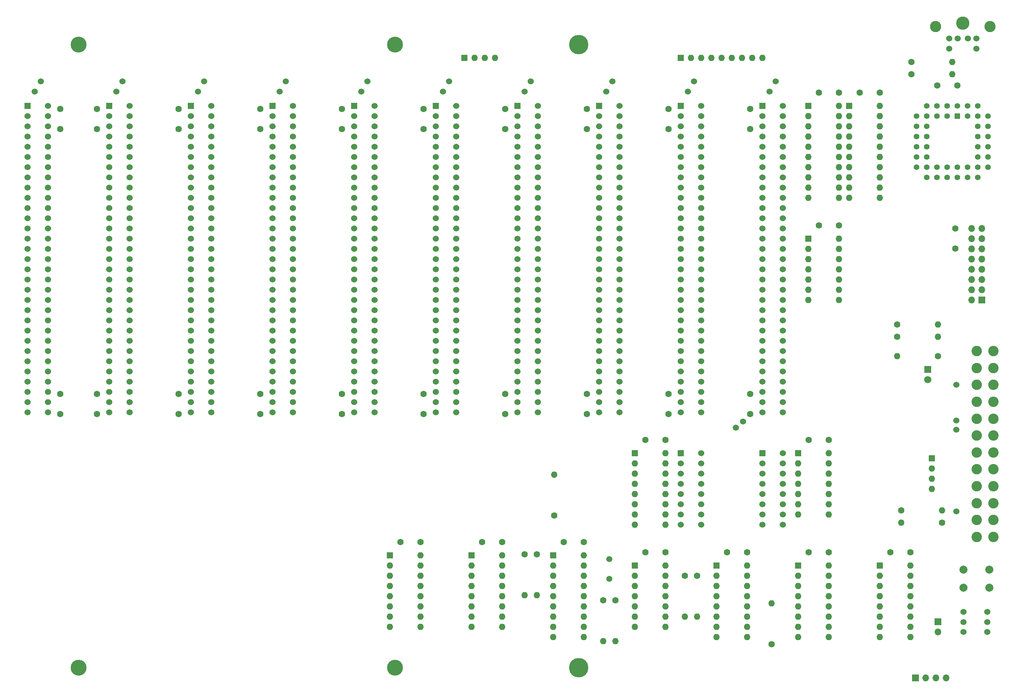
<source format=gbr>
G04 #@! TF.GenerationSoftware,KiCad,Pcbnew,(5.1.8)-1*
G04 #@! TF.CreationDate,2022-05-24T13:28:28-06:00*
G04 #@! TF.ProjectId,Multi,4d756c74-692e-46b6-9963-61645f706362,rev?*
G04 #@! TF.SameCoordinates,Original*
G04 #@! TF.FileFunction,Soldermask,Top*
G04 #@! TF.FilePolarity,Negative*
%FSLAX46Y46*%
G04 Gerber Fmt 4.6, Leading zero omitted, Abs format (unit mm)*
G04 Created by KiCad (PCBNEW (5.1.8)-1) date 2022-05-24 13:28:28*
%MOMM*%
%LPD*%
G01*
G04 APERTURE LIST*
%ADD10C,1.524000*%
%ADD11R,1.524000X1.524000*%
%ADD12C,1.600000*%
%ADD13O,1.600000X1.600000*%
%ADD14R,1.600000X1.600000*%
%ADD15C,3.962400*%
%ADD16C,4.826000*%
%ADD17O,1.700000X1.700000*%
%ADD18R,1.700000X1.700000*%
%ADD19C,2.000000*%
%ADD20C,1.800000*%
%ADD21R,1.800000X1.800000*%
%ADD22C,2.590800*%
%ADD23C,2.794000*%
%ADD24C,3.302000*%
%ADD25C,1.500000*%
%ADD26R,1.422400X1.422400*%
%ADD27C,1.422400*%
G04 APERTURE END LIST*
D10*
G04 #@! TO.C,R*
X-97282000Y-37846000D03*
G04 #@! TD*
G04 #@! TO.C,R*
X-98806000Y-40386000D03*
G04 #@! TD*
G04 #@! TO.C,R*
X-76962000Y-37846000D03*
G04 #@! TD*
G04 #@! TO.C,R*
X-78486000Y-40386000D03*
G04 #@! TD*
G04 #@! TO.C,R*
X-56642000Y-37846000D03*
G04 #@! TD*
G04 #@! TO.C,R*
X-58166000Y-40386000D03*
G04 #@! TD*
G04 #@! TO.C,J15*
X26416000Y-120142000D03*
X26416000Y-117602000D03*
X26416000Y-115062000D03*
X26416000Y-112522000D03*
X26416000Y-109982000D03*
X26416000Y-107442000D03*
X26416000Y-104902000D03*
X26416000Y-102362000D03*
X26416000Y-99822000D03*
X26416000Y-97282000D03*
X26416000Y-94742000D03*
X26416000Y-92202000D03*
X26416000Y-89662000D03*
X26416000Y-87122000D03*
X26416000Y-84582000D03*
X26416000Y-82042000D03*
X26416000Y-79502000D03*
X26416000Y-76962000D03*
X26416000Y-74422000D03*
X26416000Y-71882000D03*
X26416000Y-69342000D03*
X26416000Y-66802000D03*
X26416000Y-64262000D03*
X26416000Y-61722000D03*
X26416000Y-59182000D03*
X26416000Y-56642000D03*
X26416000Y-54102000D03*
X26416000Y-51562000D03*
X26416000Y-49022000D03*
X26416000Y-46482000D03*
X26416000Y-43942000D03*
X21336000Y-120142000D03*
X21336000Y-117602000D03*
X21336000Y-115062000D03*
X21336000Y-112522000D03*
X21336000Y-109982000D03*
X21336000Y-107442000D03*
X21336000Y-104902000D03*
X21336000Y-102362000D03*
X21336000Y-99822000D03*
X21336000Y-97282000D03*
X21336000Y-94742000D03*
X21336000Y-92202000D03*
X21336000Y-89662000D03*
X21336000Y-87122000D03*
X21336000Y-84582000D03*
X21336000Y-82042000D03*
X21336000Y-79502000D03*
X21336000Y-76962000D03*
X21336000Y-74422000D03*
X21336000Y-71882000D03*
X21336000Y-69342000D03*
X21336000Y-66802000D03*
X21336000Y-64262000D03*
X21336000Y-61722000D03*
X21336000Y-59182000D03*
X21336000Y-56642000D03*
X21336000Y-54102000D03*
X21336000Y-51562000D03*
X21336000Y-49022000D03*
X21336000Y-46482000D03*
D11*
X21336000Y-43942000D03*
G04 #@! TD*
D10*
G04 #@! TO.C,J5*
X6096000Y-120142000D03*
X6096000Y-117602000D03*
X6096000Y-115062000D03*
X6096000Y-112522000D03*
X6096000Y-109982000D03*
X6096000Y-107442000D03*
X6096000Y-104902000D03*
X6096000Y-102362000D03*
X6096000Y-99822000D03*
X6096000Y-97282000D03*
X6096000Y-94742000D03*
X6096000Y-92202000D03*
X6096000Y-89662000D03*
X6096000Y-87122000D03*
X6096000Y-84582000D03*
X6096000Y-82042000D03*
X6096000Y-79502000D03*
X6096000Y-76962000D03*
X6096000Y-74422000D03*
X6096000Y-71882000D03*
X6096000Y-69342000D03*
X6096000Y-66802000D03*
X6096000Y-64262000D03*
X6096000Y-61722000D03*
X6096000Y-59182000D03*
X6096000Y-56642000D03*
X6096000Y-54102000D03*
X6096000Y-51562000D03*
X6096000Y-49022000D03*
X6096000Y-46482000D03*
X6096000Y-43942000D03*
X1016000Y-120142000D03*
X1016000Y-117602000D03*
X1016000Y-115062000D03*
X1016000Y-112522000D03*
X1016000Y-109982000D03*
X1016000Y-107442000D03*
X1016000Y-104902000D03*
X1016000Y-102362000D03*
X1016000Y-99822000D03*
X1016000Y-97282000D03*
X1016000Y-94742000D03*
X1016000Y-92202000D03*
X1016000Y-89662000D03*
X1016000Y-87122000D03*
X1016000Y-84582000D03*
X1016000Y-82042000D03*
X1016000Y-79502000D03*
X1016000Y-76962000D03*
X1016000Y-74422000D03*
X1016000Y-71882000D03*
X1016000Y-69342000D03*
X1016000Y-66802000D03*
X1016000Y-64262000D03*
X1016000Y-61722000D03*
X1016000Y-59182000D03*
X1016000Y-56642000D03*
X1016000Y-54102000D03*
X1016000Y-51562000D03*
X1016000Y-49022000D03*
X1016000Y-46482000D03*
D11*
X1016000Y-43942000D03*
G04 #@! TD*
D10*
G04 #@! TO.C,J4*
X-14224000Y-120142000D03*
X-14224000Y-117602000D03*
X-14224000Y-115062000D03*
X-14224000Y-112522000D03*
X-14224000Y-109982000D03*
X-14224000Y-107442000D03*
X-14224000Y-104902000D03*
X-14224000Y-102362000D03*
X-14224000Y-99822000D03*
X-14224000Y-97282000D03*
X-14224000Y-94742000D03*
X-14224000Y-92202000D03*
X-14224000Y-89662000D03*
X-14224000Y-87122000D03*
X-14224000Y-84582000D03*
X-14224000Y-82042000D03*
X-14224000Y-79502000D03*
X-14224000Y-76962000D03*
X-14224000Y-74422000D03*
X-14224000Y-71882000D03*
X-14224000Y-69342000D03*
X-14224000Y-66802000D03*
X-14224000Y-64262000D03*
X-14224000Y-61722000D03*
X-14224000Y-59182000D03*
X-14224000Y-56642000D03*
X-14224000Y-54102000D03*
X-14224000Y-51562000D03*
X-14224000Y-49022000D03*
X-14224000Y-46482000D03*
X-14224000Y-43942000D03*
X-19304000Y-120142000D03*
X-19304000Y-117602000D03*
X-19304000Y-115062000D03*
X-19304000Y-112522000D03*
X-19304000Y-109982000D03*
X-19304000Y-107442000D03*
X-19304000Y-104902000D03*
X-19304000Y-102362000D03*
X-19304000Y-99822000D03*
X-19304000Y-97282000D03*
X-19304000Y-94742000D03*
X-19304000Y-92202000D03*
X-19304000Y-89662000D03*
X-19304000Y-87122000D03*
X-19304000Y-84582000D03*
X-19304000Y-82042000D03*
X-19304000Y-79502000D03*
X-19304000Y-76962000D03*
X-19304000Y-74422000D03*
X-19304000Y-71882000D03*
X-19304000Y-69342000D03*
X-19304000Y-66802000D03*
X-19304000Y-64262000D03*
X-19304000Y-61722000D03*
X-19304000Y-59182000D03*
X-19304000Y-56642000D03*
X-19304000Y-54102000D03*
X-19304000Y-51562000D03*
X-19304000Y-49022000D03*
X-19304000Y-46482000D03*
D11*
X-19304000Y-43942000D03*
G04 #@! TD*
D12*
G04 #@! TO.C,C33*
X-42672000Y-49704000D03*
X-42672000Y-44704000D03*
G04 #@! TD*
G04 #@! TO.C,C32*
X-22352000Y-115570000D03*
X-22352000Y-120570000D03*
G04 #@! TD*
G04 #@! TO.C,C31*
X-42672000Y-115570000D03*
X-42672000Y-120570000D03*
G04 #@! TD*
G04 #@! TO.C,C30*
X-22352000Y-49707800D03*
X-22352000Y-44707800D03*
G04 #@! TD*
G04 #@! TO.C,C21*
X-62992000Y-115570000D03*
X-62992000Y-120570000D03*
G04 #@! TD*
G04 #@! TO.C,C20*
X-62992000Y-49704000D03*
X-62992000Y-44704000D03*
G04 #@! TD*
D13*
G04 #@! TO.C,U2*
X111506000Y-43942000D03*
X103886000Y-66802000D03*
X111506000Y-46482000D03*
X103886000Y-64262000D03*
X111506000Y-49022000D03*
X103886000Y-61722000D03*
X111506000Y-51562000D03*
X103886000Y-59182000D03*
X111506000Y-54102000D03*
X103886000Y-56642000D03*
X111506000Y-56642000D03*
X103886000Y-54102000D03*
X111506000Y-59182000D03*
X103886000Y-51562000D03*
X111506000Y-61722000D03*
X103886000Y-49022000D03*
X111506000Y-64262000D03*
X103886000Y-46482000D03*
X111506000Y-66802000D03*
D14*
X103886000Y-43942000D03*
G04 #@! TD*
D13*
G04 #@! TO.C,U13*
X119126000Y-158242000D03*
X111506000Y-176022000D03*
X119126000Y-160782000D03*
X111506000Y-173482000D03*
X119126000Y-163322000D03*
X111506000Y-170942000D03*
X119126000Y-165862000D03*
X111506000Y-168402000D03*
X119126000Y-168402000D03*
X111506000Y-165862000D03*
X119126000Y-170942000D03*
X111506000Y-163322000D03*
X119126000Y-173482000D03*
X111506000Y-160782000D03*
X119126000Y-176022000D03*
D14*
X111506000Y-158242000D03*
G04 #@! TD*
D12*
G04 #@! TO.C,C19*
X111506000Y-40640000D03*
X106506000Y-40640000D03*
G04 #@! TD*
G04 #@! TO.C,C18*
X119126000Y-154940000D03*
X114126000Y-154940000D03*
G04 #@! TD*
D13*
G04 #@! TO.C,RN3*
X124460000Y-139192000D03*
X124460000Y-136652000D03*
X124460000Y-134112000D03*
D14*
X124460000Y-131572000D03*
G04 #@! TD*
D10*
G04 #@! TO.C,R*
X-36322000Y-37846000D03*
G04 #@! TD*
G04 #@! TO.C,R*
X-37846000Y-40386000D03*
G04 #@! TD*
G04 #@! TO.C,R*
X-16002000Y-37846000D03*
G04 #@! TD*
G04 #@! TO.C,R*
X-17526000Y-40386000D03*
G04 #@! TD*
G04 #@! TO.C,R*
X4318000Y-37846000D03*
G04 #@! TD*
G04 #@! TO.C,R*
X2794000Y-40386000D03*
G04 #@! TD*
D12*
G04 #@! TO.C,C17*
X-2032000Y-49704000D03*
X-2032000Y-44704000D03*
G04 #@! TD*
G04 #@! TO.C,C16*
X-2032000Y-115570000D03*
X-2032000Y-120570000D03*
G04 #@! TD*
G04 #@! TO.C,C15*
X-83312000Y-49704000D03*
X-83312000Y-44704000D03*
G04 #@! TD*
G04 #@! TO.C,C14*
X18288000Y-115570000D03*
X18288000Y-120570000D03*
G04 #@! TD*
G04 #@! TO.C,C13*
X18288000Y-49704000D03*
X18288000Y-44704000D03*
G04 #@! TD*
G04 #@! TO.C,C11*
X-83312000Y-115570000D03*
X-83312000Y-120570000D03*
G04 #@! TD*
G04 #@! TO.C,C27*
X-92456000Y-115570000D03*
X-92456000Y-120570000D03*
G04 #@! TD*
D15*
G04 #@! TO.C,REF\u002A\u002A*
X-87884000Y-183642000D03*
G04 #@! TD*
G04 #@! TO.C,REF\u002A\u002A*
X-87884000Y-28702000D03*
G04 #@! TD*
D10*
G04 #@! TO.C,J14*
X-54864000Y-120142000D03*
X-54864000Y-117602000D03*
X-54864000Y-115062000D03*
X-54864000Y-112522000D03*
X-54864000Y-109982000D03*
X-54864000Y-107442000D03*
X-54864000Y-104902000D03*
X-54864000Y-102362000D03*
X-54864000Y-99822000D03*
X-54864000Y-97282000D03*
X-54864000Y-94742000D03*
X-54864000Y-92202000D03*
X-54864000Y-89662000D03*
X-54864000Y-87122000D03*
X-54864000Y-84582000D03*
X-54864000Y-82042000D03*
X-54864000Y-79502000D03*
X-54864000Y-76962000D03*
X-54864000Y-74422000D03*
X-54864000Y-71882000D03*
X-54864000Y-69342000D03*
X-54864000Y-66802000D03*
X-54864000Y-64262000D03*
X-54864000Y-61722000D03*
X-54864000Y-59182000D03*
X-54864000Y-56642000D03*
X-54864000Y-54102000D03*
X-54864000Y-51562000D03*
X-54864000Y-49022000D03*
X-54864000Y-46482000D03*
X-54864000Y-43942000D03*
X-59944000Y-120142000D03*
X-59944000Y-117602000D03*
X-59944000Y-115062000D03*
X-59944000Y-112522000D03*
X-59944000Y-109982000D03*
X-59944000Y-107442000D03*
X-59944000Y-104902000D03*
X-59944000Y-102362000D03*
X-59944000Y-99822000D03*
X-59944000Y-97282000D03*
X-59944000Y-94742000D03*
X-59944000Y-92202000D03*
X-59944000Y-89662000D03*
X-59944000Y-87122000D03*
X-59944000Y-84582000D03*
X-59944000Y-82042000D03*
X-59944000Y-79502000D03*
X-59944000Y-76962000D03*
X-59944000Y-74422000D03*
X-59944000Y-71882000D03*
X-59944000Y-69342000D03*
X-59944000Y-66802000D03*
X-59944000Y-64262000D03*
X-59944000Y-61722000D03*
X-59944000Y-59182000D03*
X-59944000Y-56642000D03*
X-59944000Y-54102000D03*
X-59944000Y-51562000D03*
X-59944000Y-49022000D03*
X-59944000Y-46482000D03*
D11*
X-59944000Y-43942000D03*
G04 #@! TD*
D10*
G04 #@! TO.C,J13*
X-75184000Y-120142000D03*
X-75184000Y-117602000D03*
X-75184000Y-115062000D03*
X-75184000Y-112522000D03*
X-75184000Y-109982000D03*
X-75184000Y-107442000D03*
X-75184000Y-104902000D03*
X-75184000Y-102362000D03*
X-75184000Y-99822000D03*
X-75184000Y-97282000D03*
X-75184000Y-94742000D03*
X-75184000Y-92202000D03*
X-75184000Y-89662000D03*
X-75184000Y-87122000D03*
X-75184000Y-84582000D03*
X-75184000Y-82042000D03*
X-75184000Y-79502000D03*
X-75184000Y-76962000D03*
X-75184000Y-74422000D03*
X-75184000Y-71882000D03*
X-75184000Y-69342000D03*
X-75184000Y-66802000D03*
X-75184000Y-64262000D03*
X-75184000Y-61722000D03*
X-75184000Y-59182000D03*
X-75184000Y-56642000D03*
X-75184000Y-54102000D03*
X-75184000Y-51562000D03*
X-75184000Y-49022000D03*
X-75184000Y-46482000D03*
X-75184000Y-43942000D03*
X-80264000Y-120142000D03*
X-80264000Y-117602000D03*
X-80264000Y-115062000D03*
X-80264000Y-112522000D03*
X-80264000Y-109982000D03*
X-80264000Y-107442000D03*
X-80264000Y-104902000D03*
X-80264000Y-102362000D03*
X-80264000Y-99822000D03*
X-80264000Y-97282000D03*
X-80264000Y-94742000D03*
X-80264000Y-92202000D03*
X-80264000Y-89662000D03*
X-80264000Y-87122000D03*
X-80264000Y-84582000D03*
X-80264000Y-82042000D03*
X-80264000Y-79502000D03*
X-80264000Y-76962000D03*
X-80264000Y-74422000D03*
X-80264000Y-71882000D03*
X-80264000Y-69342000D03*
X-80264000Y-66802000D03*
X-80264000Y-64262000D03*
X-80264000Y-61722000D03*
X-80264000Y-59182000D03*
X-80264000Y-56642000D03*
X-80264000Y-54102000D03*
X-80264000Y-51562000D03*
X-80264000Y-49022000D03*
X-80264000Y-46482000D03*
D11*
X-80264000Y-43942000D03*
G04 #@! TD*
D10*
G04 #@! TO.C,J12*
X-95504000Y-120142000D03*
X-95504000Y-117602000D03*
X-95504000Y-115062000D03*
X-95504000Y-112522000D03*
X-95504000Y-109982000D03*
X-95504000Y-107442000D03*
X-95504000Y-104902000D03*
X-95504000Y-102362000D03*
X-95504000Y-99822000D03*
X-95504000Y-97282000D03*
X-95504000Y-94742000D03*
X-95504000Y-92202000D03*
X-95504000Y-89662000D03*
X-95504000Y-87122000D03*
X-95504000Y-84582000D03*
X-95504000Y-82042000D03*
X-95504000Y-79502000D03*
X-95504000Y-76962000D03*
X-95504000Y-74422000D03*
X-95504000Y-71882000D03*
X-95504000Y-69342000D03*
X-95504000Y-66802000D03*
X-95504000Y-64262000D03*
X-95504000Y-61722000D03*
X-95504000Y-59182000D03*
X-95504000Y-56642000D03*
X-95504000Y-54102000D03*
X-95504000Y-51562000D03*
X-95504000Y-49022000D03*
X-95504000Y-46482000D03*
X-95504000Y-43942000D03*
X-100584000Y-120142000D03*
X-100584000Y-117602000D03*
X-100584000Y-115062000D03*
X-100584000Y-112522000D03*
X-100584000Y-109982000D03*
X-100584000Y-107442000D03*
X-100584000Y-104902000D03*
X-100584000Y-102362000D03*
X-100584000Y-99822000D03*
X-100584000Y-97282000D03*
X-100584000Y-94742000D03*
X-100584000Y-92202000D03*
X-100584000Y-89662000D03*
X-100584000Y-87122000D03*
X-100584000Y-84582000D03*
X-100584000Y-82042000D03*
X-100584000Y-79502000D03*
X-100584000Y-76962000D03*
X-100584000Y-74422000D03*
X-100584000Y-71882000D03*
X-100584000Y-69342000D03*
X-100584000Y-66802000D03*
X-100584000Y-64262000D03*
X-100584000Y-61722000D03*
X-100584000Y-59182000D03*
X-100584000Y-56642000D03*
X-100584000Y-54102000D03*
X-100584000Y-51562000D03*
X-100584000Y-49022000D03*
X-100584000Y-46482000D03*
D11*
X-100584000Y-43942000D03*
G04 #@! TD*
D10*
G04 #@! TO.C,J11*
X67056000Y-130302000D03*
X67056000Y-132842000D03*
D11*
X61976000Y-130302000D03*
D10*
X61976000Y-132842000D03*
X61976000Y-135382000D03*
X61976000Y-137922000D03*
X61976000Y-140462000D03*
X61976000Y-143002000D03*
X61976000Y-145542000D03*
X61976000Y-148082000D03*
X67056000Y-148082000D03*
X67056000Y-145542000D03*
X67056000Y-143002000D03*
X67056000Y-140462000D03*
X67056000Y-137922000D03*
X67056000Y-135382000D03*
G04 #@! TD*
D16*
G04 #@! TO.C,REF\u002A\u002A*
X36576000Y-183642000D03*
G04 #@! TD*
D13*
G04 #@! TO.C,RN1*
X15748000Y-32004000D03*
X13208000Y-32004000D03*
X10668000Y-32004000D03*
D14*
X8128000Y-32004000D03*
G04 #@! TD*
D13*
G04 #@! TO.C,R13*
X125984000Y-101346000D03*
D12*
X115824000Y-101346000D03*
G04 #@! TD*
D13*
G04 #@! TO.C,R12*
X125984000Y-98298000D03*
D12*
X115824000Y-98298000D03*
G04 #@! TD*
D13*
G04 #@! TO.C,RN2*
X82296000Y-32004000D03*
X79756000Y-32004000D03*
X77216000Y-32004000D03*
X74676000Y-32004000D03*
X72136000Y-32004000D03*
X69596000Y-32004000D03*
X67056000Y-32004000D03*
X64516000Y-32004000D03*
D14*
X61976000Y-32004000D03*
G04 #@! TD*
D10*
G04 #@! TO.C,R*
X130556000Y-113284000D03*
G04 #@! TD*
G04 #@! TO.C,R*
X130556000Y-122174000D03*
G04 #@! TD*
G04 #@! TO.C,R*
X130556000Y-144780000D03*
G04 #@! TD*
G04 #@! TO.C,R*
X130556000Y-124460000D03*
G04 #@! TD*
D13*
G04 #@! TO.C,R9*
X129540000Y-36040000D03*
D12*
X119380000Y-36040000D03*
G04 #@! TD*
D13*
G04 #@! TO.C,R8*
X129540000Y-33020000D03*
D12*
X119380000Y-33020000D03*
G04 #@! TD*
D13*
G04 #@! TO.C,R7*
X116840000Y-147574000D03*
D12*
X127000000Y-147574000D03*
G04 #@! TD*
D13*
G04 #@! TO.C,R6*
X30480000Y-135636000D03*
D12*
X30480000Y-145796000D03*
G04 #@! TD*
D10*
G04 #@! TO.C,R*
X75692000Y-123952000D03*
G04 #@! TD*
G04 #@! TO.C,R*
X77470000Y-122428000D03*
G04 #@! TD*
D12*
G04 #@! TO.C,C10*
X130302000Y-79422000D03*
X130302000Y-74422000D03*
G04 #@! TD*
G04 #@! TO.C,C9*
X130810000Y-38862000D03*
X125810000Y-38862000D03*
G04 #@! TD*
D13*
G04 #@! TO.C,R4*
X42672000Y-177038000D03*
D12*
X42672000Y-166878000D03*
G04 #@! TD*
D13*
G04 #@! TO.C,R2*
X45720000Y-177038000D03*
D12*
X45720000Y-166878000D03*
G04 #@! TD*
D13*
G04 #@! TO.C,R18*
X26162000Y-165608000D03*
D12*
X26162000Y-155448000D03*
G04 #@! TD*
D13*
G04 #@! TO.C,R17*
X62992000Y-170942000D03*
D12*
X62992000Y-160782000D03*
G04 #@! TD*
D13*
G04 #@! TO.C,R14*
X23114000Y-165608000D03*
D12*
X23114000Y-155448000D03*
G04 #@! TD*
D13*
G04 #@! TO.C,R5*
X127000000Y-144526000D03*
D12*
X116840000Y-144526000D03*
G04 #@! TD*
D13*
G04 #@! TO.C,R3*
X66040000Y-170942000D03*
D12*
X66040000Y-160782000D03*
G04 #@! TD*
D13*
G04 #@! TO.C,R112*
X84582000Y-167640000D03*
D12*
X84582000Y-177800000D03*
G04 #@! TD*
D17*
G04 #@! TO.C,J6*
X125984000Y-174752000D03*
D18*
X125984000Y-172212000D03*
G04 #@! TD*
D17*
G04 #@! TO.C,J3*
X128016000Y-186182000D03*
X125476000Y-186182000D03*
X122936000Y-186182000D03*
D18*
X120396000Y-186182000D03*
G04 #@! TD*
D12*
G04 #@! TO.C,C1*
X101346000Y-73660000D03*
X96346000Y-73660000D03*
G04 #@! TD*
D13*
G04 #@! TO.C,U11*
X78486000Y-158242000D03*
X70866000Y-176022000D03*
X78486000Y-160782000D03*
X70866000Y-173482000D03*
X78486000Y-163322000D03*
X70866000Y-170942000D03*
X78486000Y-165862000D03*
X70866000Y-168402000D03*
X78486000Y-168402000D03*
X70866000Y-165862000D03*
X78486000Y-170942000D03*
X70866000Y-163322000D03*
X78486000Y-173482000D03*
X70866000Y-160782000D03*
X78486000Y-176022000D03*
D14*
X70866000Y-158242000D03*
G04 #@! TD*
D10*
G04 #@! TO.C,J10*
X87376000Y-130302000D03*
X87376000Y-132842000D03*
D11*
X82296000Y-130302000D03*
D10*
X82296000Y-132842000D03*
X82296000Y-135382000D03*
X82296000Y-137922000D03*
X82296000Y-140462000D03*
X82296000Y-143002000D03*
X82296000Y-145542000D03*
X82296000Y-148082000D03*
X87376000Y-148082000D03*
X87376000Y-145542000D03*
X87376000Y-143002000D03*
X87376000Y-140462000D03*
X87376000Y-137922000D03*
X87376000Y-135382000D03*
G04 #@! TD*
D19*
G04 #@! TO.C,SW1*
X138834000Y-159258000D03*
X138834000Y-163758000D03*
X132334000Y-159258000D03*
X132334000Y-163758000D03*
G04 #@! TD*
D13*
G04 #@! TO.C,R1*
X115824000Y-106172000D03*
D12*
X125984000Y-106172000D03*
G04 #@! TD*
D20*
G04 #@! TO.C,D1*
X123444000Y-112014000D03*
D21*
X123444000Y-109474000D03*
G04 #@! TD*
D12*
G04 #@! TO.C,C7*
X101346000Y-40640000D03*
X96346000Y-40640000D03*
G04 #@! TD*
D10*
G04 #@! TO.C,8x8mm1*
X138334000Y-169752000D03*
X138334000Y-172252000D03*
X138334000Y-174752000D03*
X132334000Y-174752000D03*
X132334000Y-172252000D03*
X132334000Y-169752000D03*
G04 #@! TD*
D22*
G04 #@! TO.C,ATXPOWER1*
X139836000Y-146902000D03*
X139836000Y-151102000D03*
X139836000Y-142702000D03*
X139836000Y-104902000D03*
X139836000Y-109102000D03*
X139836000Y-113302000D03*
X139836000Y-117502000D03*
X139836000Y-130102000D03*
X139836000Y-121702000D03*
X139836000Y-125902000D03*
X139836000Y-138502000D03*
X139836000Y-134302000D03*
X135636000Y-151102000D03*
X135636000Y-146902000D03*
X135636000Y-142702000D03*
X135636000Y-138502000D03*
X135636000Y-134302000D03*
X135636000Y-130102000D03*
X135636000Y-125902000D03*
X135636000Y-121702000D03*
X135636000Y-117502000D03*
X135636000Y-113302000D03*
X135636000Y-109102000D03*
X135636000Y-104902000D03*
G04 #@! TD*
D12*
G04 #@! TO.C,C29*
X38608000Y-115570000D03*
X38608000Y-120570000D03*
G04 #@! TD*
G04 #@! TO.C,C28*
X58928000Y-115570000D03*
X58928000Y-120570000D03*
G04 #@! TD*
G04 #@! TO.C,C26*
X79248000Y-115570000D03*
X79248000Y-120570000D03*
G04 #@! TD*
G04 #@! TO.C,C25*
X38608000Y-49704000D03*
X38608000Y-44704000D03*
G04 #@! TD*
G04 #@! TO.C,C24*
X-92456000Y-49704000D03*
X-92456000Y-44704000D03*
G04 #@! TD*
G04 #@! TO.C,C23*
X79248000Y-49704000D03*
X79248000Y-44704000D03*
G04 #@! TD*
G04 #@! TO.C,C22*
X58928000Y-49704000D03*
X58928000Y-44704000D03*
G04 #@! TD*
D23*
G04 #@! TO.C,J2*
X125425200Y-24180800D03*
X138938000Y-24180800D03*
D24*
X132181600Y-23368000D03*
D10*
X135585200Y-29667200D03*
X128778000Y-29667200D03*
X133477000Y-27178000D03*
X130886200Y-27178000D03*
X135585200Y-27178000D03*
X128778000Y-27178000D03*
G04 #@! TD*
D14*
G04 #@! TO.C,U12*
X91186000Y-158242000D03*
D13*
X98806000Y-176022000D03*
X91186000Y-160782000D03*
X98806000Y-173482000D03*
X91186000Y-163322000D03*
X98806000Y-170942000D03*
X91186000Y-165862000D03*
X98806000Y-168402000D03*
X91186000Y-168402000D03*
X98806000Y-165862000D03*
X91186000Y-170942000D03*
X98806000Y-163322000D03*
X91186000Y-173482000D03*
X98806000Y-160782000D03*
X91186000Y-176022000D03*
X98806000Y-158242000D03*
G04 #@! TD*
D10*
G04 #@! TO.C,R*
X43434000Y-40386000D03*
G04 #@! TD*
G04 #@! TO.C,R*
X44958000Y-37846000D03*
G04 #@! TD*
G04 #@! TO.C,R*
X24638000Y-37846000D03*
G04 #@! TD*
G04 #@! TO.C,R*
X23114000Y-40386000D03*
G04 #@! TD*
D15*
G04 #@! TO.C,REF\u002A\u002A*
X-9144000Y-183642000D03*
G04 #@! TD*
D16*
G04 #@! TO.C,REF\u002A\u002A*
X36576000Y-28702000D03*
G04 #@! TD*
D15*
G04 #@! TO.C,REF\u002A\u002A*
X-9144000Y-28702000D03*
G04 #@! TD*
D10*
G04 #@! TO.C,R*
X84074000Y-40386000D03*
G04 #@! TD*
G04 #@! TO.C,R*
X85598000Y-37846000D03*
G04 #@! TD*
G04 #@! TO.C,R*
X63754000Y-40386000D03*
G04 #@! TD*
G04 #@! TO.C,R*
X65278000Y-37846000D03*
G04 #@! TD*
D17*
G04 #@! TO.C,CH376*
X134366000Y-74422000D03*
X136906000Y-74422000D03*
X134366000Y-76962000D03*
X136906000Y-76962000D03*
X134366000Y-79502000D03*
X136906000Y-79502000D03*
X134366000Y-82042000D03*
X136906000Y-82042000D03*
X134366000Y-84582000D03*
X136906000Y-84582000D03*
X134366000Y-87122000D03*
X136906000Y-87122000D03*
X134366000Y-89662000D03*
X136906000Y-89662000D03*
X134366000Y-92202000D03*
D18*
X136906000Y-92202000D03*
G04 #@! TD*
D13*
G04 #@! TO.C,U7*
X-2794000Y-155702000D03*
X-10414000Y-173482000D03*
X-2794000Y-158242000D03*
X-10414000Y-170942000D03*
X-2794000Y-160782000D03*
X-10414000Y-168402000D03*
X-2794000Y-163322000D03*
X-10414000Y-165862000D03*
X-2794000Y-165862000D03*
X-10414000Y-163322000D03*
X-2794000Y-168402000D03*
X-10414000Y-160782000D03*
X-2794000Y-170942000D03*
X-10414000Y-158242000D03*
X-2794000Y-173482000D03*
D14*
X-10414000Y-155702000D03*
G04 #@! TD*
G04 #@! TO.C,U9*
X30226000Y-155702000D03*
D13*
X37846000Y-176022000D03*
X30226000Y-158242000D03*
X37846000Y-173482000D03*
X30226000Y-160782000D03*
X37846000Y-170942000D03*
X30226000Y-163322000D03*
X37846000Y-168402000D03*
X30226000Y-165862000D03*
X37846000Y-165862000D03*
X30226000Y-168402000D03*
X37846000Y-163322000D03*
X30226000Y-170942000D03*
X37846000Y-160782000D03*
X30226000Y-173482000D03*
X37846000Y-158242000D03*
X30226000Y-176022000D03*
X37846000Y-155702000D03*
G04 #@! TD*
D14*
G04 #@! TO.C,U8*
X9906000Y-155702000D03*
D13*
X17526000Y-173482000D03*
X9906000Y-158242000D03*
X17526000Y-170942000D03*
X9906000Y-160782000D03*
X17526000Y-168402000D03*
X9906000Y-163322000D03*
X17526000Y-165862000D03*
X9906000Y-165862000D03*
X17526000Y-163322000D03*
X9906000Y-168402000D03*
X17526000Y-160782000D03*
X9906000Y-170942000D03*
X17526000Y-158242000D03*
X9906000Y-173482000D03*
X17526000Y-155702000D03*
G04 #@! TD*
D14*
G04 #@! TO.C,U5*
X50546000Y-130302000D03*
D13*
X58166000Y-148082000D03*
X50546000Y-132842000D03*
X58166000Y-145542000D03*
X50546000Y-135382000D03*
X58166000Y-143002000D03*
X50546000Y-137922000D03*
X58166000Y-140462000D03*
X50546000Y-140462000D03*
X58166000Y-137922000D03*
X50546000Y-143002000D03*
X58166000Y-135382000D03*
X50546000Y-145542000D03*
X58166000Y-132842000D03*
X50546000Y-148082000D03*
X58166000Y-130302000D03*
G04 #@! TD*
D14*
G04 #@! TO.C,U10*
X50546000Y-158242000D03*
D13*
X58166000Y-173482000D03*
X50546000Y-160782000D03*
X58166000Y-170942000D03*
X50546000Y-163322000D03*
X58166000Y-168402000D03*
X50546000Y-165862000D03*
X58166000Y-165862000D03*
X50546000Y-168402000D03*
X58166000Y-163322000D03*
X50546000Y-170942000D03*
X58166000Y-160782000D03*
X50546000Y-173482000D03*
X58166000Y-158242000D03*
G04 #@! TD*
D14*
G04 #@! TO.C,U1*
X93726000Y-43942000D03*
D13*
X101346000Y-66802000D03*
X93726000Y-46482000D03*
X101346000Y-64262000D03*
X93726000Y-49022000D03*
X101346000Y-61722000D03*
X93726000Y-51562000D03*
X101346000Y-59182000D03*
X93726000Y-54102000D03*
X101346000Y-56642000D03*
X93726000Y-56642000D03*
X101346000Y-54102000D03*
X93726000Y-59182000D03*
X101346000Y-51562000D03*
X93726000Y-61722000D03*
X101346000Y-49022000D03*
X93726000Y-64262000D03*
X101346000Y-46482000D03*
X93726000Y-66802000D03*
X101346000Y-43942000D03*
G04 #@! TD*
D14*
G04 #@! TO.C,U6*
X91186000Y-130302000D03*
D13*
X98806000Y-145542000D03*
X91186000Y-132842000D03*
X98806000Y-143002000D03*
X91186000Y-135382000D03*
X98806000Y-140462000D03*
X91186000Y-137922000D03*
X98806000Y-137922000D03*
X91186000Y-140462000D03*
X98806000Y-135382000D03*
X91186000Y-143002000D03*
X98806000Y-132842000D03*
X91186000Y-145542000D03*
X98806000Y-130302000D03*
G04 #@! TD*
D25*
G04 #@! TO.C,Y2*
X44196000Y-161544000D03*
X44196000Y-156644000D03*
G04 #@! TD*
D10*
G04 #@! TO.C,J1*
X-34544000Y-120142000D03*
X-34544000Y-117602000D03*
X-34544000Y-115062000D03*
X-34544000Y-112522000D03*
X-34544000Y-109982000D03*
X-34544000Y-107442000D03*
X-34544000Y-104902000D03*
X-34544000Y-102362000D03*
X-34544000Y-99822000D03*
X-34544000Y-97282000D03*
X-34544000Y-94742000D03*
X-34544000Y-92202000D03*
X-34544000Y-89662000D03*
X-34544000Y-87122000D03*
X-34544000Y-84582000D03*
X-34544000Y-82042000D03*
X-34544000Y-79502000D03*
X-34544000Y-76962000D03*
X-34544000Y-74422000D03*
X-34544000Y-71882000D03*
X-34544000Y-69342000D03*
X-34544000Y-66802000D03*
X-34544000Y-64262000D03*
X-34544000Y-61722000D03*
X-34544000Y-59182000D03*
X-34544000Y-56642000D03*
X-34544000Y-54102000D03*
X-34544000Y-51562000D03*
X-34544000Y-49022000D03*
X-34544000Y-46482000D03*
X-34544000Y-43942000D03*
X-39624000Y-120142000D03*
X-39624000Y-117602000D03*
X-39624000Y-115062000D03*
X-39624000Y-112522000D03*
X-39624000Y-109982000D03*
X-39624000Y-107442000D03*
X-39624000Y-104902000D03*
X-39624000Y-102362000D03*
X-39624000Y-99822000D03*
X-39624000Y-97282000D03*
X-39624000Y-94742000D03*
X-39624000Y-92202000D03*
X-39624000Y-89662000D03*
X-39624000Y-87122000D03*
X-39624000Y-84582000D03*
X-39624000Y-82042000D03*
X-39624000Y-79502000D03*
X-39624000Y-76962000D03*
X-39624000Y-74422000D03*
X-39624000Y-71882000D03*
X-39624000Y-69342000D03*
X-39624000Y-66802000D03*
X-39624000Y-64262000D03*
X-39624000Y-61722000D03*
X-39624000Y-59182000D03*
X-39624000Y-56642000D03*
X-39624000Y-54102000D03*
X-39624000Y-51562000D03*
X-39624000Y-49022000D03*
X-39624000Y-46482000D03*
D11*
X-39624000Y-43942000D03*
G04 #@! TD*
G04 #@! TO.C,J7*
X41656000Y-43942000D03*
D10*
X41656000Y-46482000D03*
X41656000Y-49022000D03*
X41656000Y-51562000D03*
X41656000Y-54102000D03*
X41656000Y-56642000D03*
X41656000Y-59182000D03*
X41656000Y-61722000D03*
X41656000Y-64262000D03*
X41656000Y-66802000D03*
X41656000Y-69342000D03*
X41656000Y-71882000D03*
X41656000Y-74422000D03*
X41656000Y-76962000D03*
X41656000Y-79502000D03*
X41656000Y-82042000D03*
X41656000Y-84582000D03*
X41656000Y-87122000D03*
X41656000Y-89662000D03*
X41656000Y-92202000D03*
X41656000Y-94742000D03*
X41656000Y-97282000D03*
X41656000Y-99822000D03*
X41656000Y-102362000D03*
X41656000Y-104902000D03*
X41656000Y-107442000D03*
X41656000Y-109982000D03*
X41656000Y-112522000D03*
X41656000Y-115062000D03*
X41656000Y-117602000D03*
X41656000Y-120142000D03*
X46736000Y-43942000D03*
X46736000Y-46482000D03*
X46736000Y-49022000D03*
X46736000Y-51562000D03*
X46736000Y-54102000D03*
X46736000Y-56642000D03*
X46736000Y-59182000D03*
X46736000Y-61722000D03*
X46736000Y-64262000D03*
X46736000Y-66802000D03*
X46736000Y-69342000D03*
X46736000Y-71882000D03*
X46736000Y-74422000D03*
X46736000Y-76962000D03*
X46736000Y-79502000D03*
X46736000Y-82042000D03*
X46736000Y-84582000D03*
X46736000Y-87122000D03*
X46736000Y-89662000D03*
X46736000Y-92202000D03*
X46736000Y-94742000D03*
X46736000Y-97282000D03*
X46736000Y-99822000D03*
X46736000Y-102362000D03*
X46736000Y-104902000D03*
X46736000Y-107442000D03*
X46736000Y-109982000D03*
X46736000Y-112522000D03*
X46736000Y-115062000D03*
X46736000Y-117602000D03*
X46736000Y-120142000D03*
G04 #@! TD*
G04 #@! TO.C,J8*
X67056000Y-120142000D03*
X67056000Y-117602000D03*
X67056000Y-115062000D03*
X67056000Y-112522000D03*
X67056000Y-109982000D03*
X67056000Y-107442000D03*
X67056000Y-104902000D03*
X67056000Y-102362000D03*
X67056000Y-99822000D03*
X67056000Y-97282000D03*
X67056000Y-94742000D03*
X67056000Y-92202000D03*
X67056000Y-89662000D03*
X67056000Y-87122000D03*
X67056000Y-84582000D03*
X67056000Y-82042000D03*
X67056000Y-79502000D03*
X67056000Y-76962000D03*
X67056000Y-74422000D03*
X67056000Y-71882000D03*
X67056000Y-69342000D03*
X67056000Y-66802000D03*
X67056000Y-64262000D03*
X67056000Y-61722000D03*
X67056000Y-59182000D03*
X67056000Y-56642000D03*
X67056000Y-54102000D03*
X67056000Y-51562000D03*
X67056000Y-49022000D03*
X67056000Y-46482000D03*
X67056000Y-43942000D03*
X61976000Y-120142000D03*
X61976000Y-117602000D03*
X61976000Y-115062000D03*
X61976000Y-112522000D03*
X61976000Y-109982000D03*
X61976000Y-107442000D03*
X61976000Y-104902000D03*
X61976000Y-102362000D03*
X61976000Y-99822000D03*
X61976000Y-97282000D03*
X61976000Y-94742000D03*
X61976000Y-92202000D03*
X61976000Y-89662000D03*
X61976000Y-87122000D03*
X61976000Y-84582000D03*
X61976000Y-82042000D03*
X61976000Y-79502000D03*
X61976000Y-76962000D03*
X61976000Y-74422000D03*
X61976000Y-71882000D03*
X61976000Y-69342000D03*
X61976000Y-66802000D03*
X61976000Y-64262000D03*
X61976000Y-61722000D03*
X61976000Y-59182000D03*
X61976000Y-56642000D03*
X61976000Y-54102000D03*
X61976000Y-51562000D03*
X61976000Y-49022000D03*
X61976000Y-46482000D03*
D11*
X61976000Y-43942000D03*
G04 #@! TD*
G04 #@! TO.C,J9*
X82296000Y-43942000D03*
D10*
X82296000Y-46482000D03*
X82296000Y-49022000D03*
X82296000Y-51562000D03*
X82296000Y-54102000D03*
X82296000Y-56642000D03*
X82296000Y-59182000D03*
X82296000Y-61722000D03*
X82296000Y-64262000D03*
X82296000Y-66802000D03*
X82296000Y-69342000D03*
X82296000Y-71882000D03*
X82296000Y-74422000D03*
X82296000Y-76962000D03*
X82296000Y-79502000D03*
X82296000Y-82042000D03*
X82296000Y-84582000D03*
X82296000Y-87122000D03*
X82296000Y-89662000D03*
X82296000Y-92202000D03*
X82296000Y-94742000D03*
X82296000Y-97282000D03*
X82296000Y-99822000D03*
X82296000Y-102362000D03*
X82296000Y-104902000D03*
X82296000Y-107442000D03*
X82296000Y-109982000D03*
X82296000Y-112522000D03*
X82296000Y-115062000D03*
X82296000Y-117602000D03*
X82296000Y-120142000D03*
X87376000Y-43942000D03*
X87376000Y-46482000D03*
X87376000Y-49022000D03*
X87376000Y-51562000D03*
X87376000Y-54102000D03*
X87376000Y-56642000D03*
X87376000Y-59182000D03*
X87376000Y-61722000D03*
X87376000Y-64262000D03*
X87376000Y-66802000D03*
X87376000Y-69342000D03*
X87376000Y-71882000D03*
X87376000Y-74422000D03*
X87376000Y-76962000D03*
X87376000Y-79502000D03*
X87376000Y-82042000D03*
X87376000Y-84582000D03*
X87376000Y-87122000D03*
X87376000Y-89662000D03*
X87376000Y-92202000D03*
X87376000Y-94742000D03*
X87376000Y-97282000D03*
X87376000Y-99822000D03*
X87376000Y-102362000D03*
X87376000Y-104902000D03*
X87376000Y-107442000D03*
X87376000Y-109982000D03*
X87376000Y-112522000D03*
X87376000Y-115062000D03*
X87376000Y-117602000D03*
X87376000Y-120142000D03*
G04 #@! TD*
D26*
G04 #@! TO.C,U3*
X130810000Y-46482000D03*
D27*
X128270000Y-46482000D03*
X125730000Y-46482000D03*
X133350000Y-46482000D03*
X135890000Y-46482000D03*
X128270000Y-43942000D03*
X125730000Y-43942000D03*
X123190000Y-43942000D03*
X130810000Y-43942000D03*
X133350000Y-43942000D03*
X123190000Y-46482000D03*
X123190000Y-49022000D03*
X123190000Y-51562000D03*
X123190000Y-54102000D03*
X123190000Y-56642000D03*
X120650000Y-46482000D03*
X120650000Y-49022000D03*
X120650000Y-51562000D03*
X120650000Y-54102000D03*
X120650000Y-56642000D03*
X120650000Y-59182000D03*
X123190000Y-59182000D03*
X125730000Y-59182000D03*
X128270000Y-59182000D03*
X130810000Y-59182000D03*
X133350000Y-59182000D03*
X138430000Y-59182000D03*
X123190000Y-61722000D03*
X125730000Y-61722000D03*
X128270000Y-61722000D03*
X130810000Y-61722000D03*
X133350000Y-61722000D03*
X135890000Y-61722000D03*
X135890000Y-59182000D03*
X135890000Y-56642000D03*
X135890000Y-54102000D03*
X135890000Y-51562000D03*
X135890000Y-49022000D03*
X135890000Y-43942000D03*
X138430000Y-56642000D03*
X138430000Y-54102000D03*
X138430000Y-51562000D03*
X138430000Y-49022000D03*
X138430000Y-46482000D03*
G04 #@! TD*
D14*
G04 #@! TO.C,U4*
X93726000Y-76962000D03*
D13*
X101346000Y-92202000D03*
X93726000Y-79502000D03*
X101346000Y-89662000D03*
X93726000Y-82042000D03*
X101346000Y-87122000D03*
X93726000Y-84582000D03*
X101346000Y-84582000D03*
X93726000Y-87122000D03*
X101346000Y-82042000D03*
X93726000Y-89662000D03*
X101346000Y-79502000D03*
X93726000Y-92202000D03*
X101346000Y-76962000D03*
G04 #@! TD*
D12*
G04 #@! TO.C,C1*
X-2794000Y-152400000D03*
X-7794000Y-152400000D03*
G04 #@! TD*
G04 #@! TO.C,C2*
X12526000Y-152400000D03*
X17526000Y-152400000D03*
G04 #@! TD*
G04 #@! TO.C,C3*
X98806000Y-154940000D03*
X93806000Y-154940000D03*
G04 #@! TD*
G04 #@! TO.C,C4*
X53166000Y-154940000D03*
X58166000Y-154940000D03*
G04 #@! TD*
G04 #@! TO.C,C5*
X93806000Y-127000000D03*
X98806000Y-127000000D03*
G04 #@! TD*
G04 #@! TO.C,C6*
X78486000Y-154940000D03*
X73486000Y-154940000D03*
G04 #@! TD*
G04 #@! TO.C,C8*
X53166000Y-127000000D03*
X58166000Y-127000000D03*
G04 #@! TD*
G04 #@! TO.C,C12*
X37846000Y-152400000D03*
X32846000Y-152400000D03*
G04 #@! TD*
M02*

</source>
